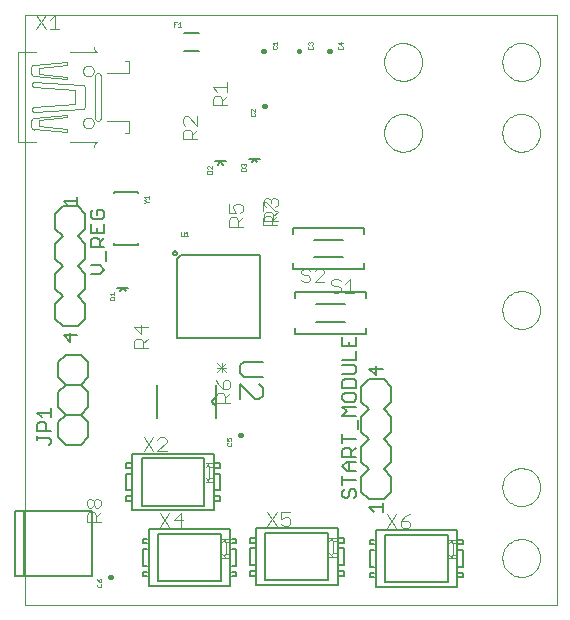
<source format=gto>
G75*
%MOIN*%
%OFA0B0*%
%FSLAX24Y24*%
%IPPOS*%
%LPD*%
%AMOC8*
5,1,8,0,0,1.08239X$1,22.5*
%
%ADD10C,0.0000*%
%ADD11C,0.0080*%
%ADD12C,0.0010*%
%ADD13C,0.0040*%
%ADD14C,0.0150*%
%ADD15C,0.0060*%
%ADD16C,0.0050*%
%ADD17C,0.0030*%
D10*
X000486Y000241D02*
X000486Y019926D01*
X018203Y019926D01*
X018203Y000241D01*
X000486Y000241D01*
X012455Y015989D02*
X012457Y016039D01*
X012463Y016089D01*
X012473Y016138D01*
X012487Y016186D01*
X012504Y016233D01*
X012525Y016278D01*
X012550Y016322D01*
X012578Y016363D01*
X012610Y016402D01*
X012644Y016439D01*
X012681Y016473D01*
X012721Y016503D01*
X012763Y016530D01*
X012807Y016554D01*
X012853Y016575D01*
X012900Y016591D01*
X012948Y016604D01*
X012998Y016613D01*
X013047Y016618D01*
X013098Y016619D01*
X013148Y016616D01*
X013197Y016609D01*
X013246Y016598D01*
X013294Y016583D01*
X013340Y016565D01*
X013385Y016543D01*
X013428Y016517D01*
X013469Y016488D01*
X013508Y016456D01*
X013544Y016421D01*
X013576Y016383D01*
X013606Y016343D01*
X013633Y016300D01*
X013656Y016256D01*
X013675Y016210D01*
X013691Y016162D01*
X013703Y016113D01*
X013711Y016064D01*
X013715Y016014D01*
X013715Y015964D01*
X013711Y015914D01*
X013703Y015865D01*
X013691Y015816D01*
X013675Y015768D01*
X013656Y015722D01*
X013633Y015678D01*
X013606Y015635D01*
X013576Y015595D01*
X013544Y015557D01*
X013508Y015522D01*
X013469Y015490D01*
X013428Y015461D01*
X013385Y015435D01*
X013340Y015413D01*
X013294Y015395D01*
X013246Y015380D01*
X013197Y015369D01*
X013148Y015362D01*
X013098Y015359D01*
X013047Y015360D01*
X012998Y015365D01*
X012948Y015374D01*
X012900Y015387D01*
X012853Y015403D01*
X012807Y015424D01*
X012763Y015448D01*
X012721Y015475D01*
X012681Y015505D01*
X012644Y015539D01*
X012610Y015576D01*
X012578Y015615D01*
X012550Y015656D01*
X012525Y015700D01*
X012504Y015745D01*
X012487Y015792D01*
X012473Y015840D01*
X012463Y015889D01*
X012457Y015939D01*
X012455Y015989D01*
X012455Y018351D02*
X012457Y018401D01*
X012463Y018451D01*
X012473Y018500D01*
X012487Y018548D01*
X012504Y018595D01*
X012525Y018640D01*
X012550Y018684D01*
X012578Y018725D01*
X012610Y018764D01*
X012644Y018801D01*
X012681Y018835D01*
X012721Y018865D01*
X012763Y018892D01*
X012807Y018916D01*
X012853Y018937D01*
X012900Y018953D01*
X012948Y018966D01*
X012998Y018975D01*
X013047Y018980D01*
X013098Y018981D01*
X013148Y018978D01*
X013197Y018971D01*
X013246Y018960D01*
X013294Y018945D01*
X013340Y018927D01*
X013385Y018905D01*
X013428Y018879D01*
X013469Y018850D01*
X013508Y018818D01*
X013544Y018783D01*
X013576Y018745D01*
X013606Y018705D01*
X013633Y018662D01*
X013656Y018618D01*
X013675Y018572D01*
X013691Y018524D01*
X013703Y018475D01*
X013711Y018426D01*
X013715Y018376D01*
X013715Y018326D01*
X013711Y018276D01*
X013703Y018227D01*
X013691Y018178D01*
X013675Y018130D01*
X013656Y018084D01*
X013633Y018040D01*
X013606Y017997D01*
X013576Y017957D01*
X013544Y017919D01*
X013508Y017884D01*
X013469Y017852D01*
X013428Y017823D01*
X013385Y017797D01*
X013340Y017775D01*
X013294Y017757D01*
X013246Y017742D01*
X013197Y017731D01*
X013148Y017724D01*
X013098Y017721D01*
X013047Y017722D01*
X012998Y017727D01*
X012948Y017736D01*
X012900Y017749D01*
X012853Y017765D01*
X012807Y017786D01*
X012763Y017810D01*
X012721Y017837D01*
X012681Y017867D01*
X012644Y017901D01*
X012610Y017938D01*
X012578Y017977D01*
X012550Y018018D01*
X012525Y018062D01*
X012504Y018107D01*
X012487Y018154D01*
X012473Y018202D01*
X012463Y018251D01*
X012457Y018301D01*
X012455Y018351D01*
X016392Y018351D02*
X016394Y018401D01*
X016400Y018451D01*
X016410Y018500D01*
X016424Y018548D01*
X016441Y018595D01*
X016462Y018640D01*
X016487Y018684D01*
X016515Y018725D01*
X016547Y018764D01*
X016581Y018801D01*
X016618Y018835D01*
X016658Y018865D01*
X016700Y018892D01*
X016744Y018916D01*
X016790Y018937D01*
X016837Y018953D01*
X016885Y018966D01*
X016935Y018975D01*
X016984Y018980D01*
X017035Y018981D01*
X017085Y018978D01*
X017134Y018971D01*
X017183Y018960D01*
X017231Y018945D01*
X017277Y018927D01*
X017322Y018905D01*
X017365Y018879D01*
X017406Y018850D01*
X017445Y018818D01*
X017481Y018783D01*
X017513Y018745D01*
X017543Y018705D01*
X017570Y018662D01*
X017593Y018618D01*
X017612Y018572D01*
X017628Y018524D01*
X017640Y018475D01*
X017648Y018426D01*
X017652Y018376D01*
X017652Y018326D01*
X017648Y018276D01*
X017640Y018227D01*
X017628Y018178D01*
X017612Y018130D01*
X017593Y018084D01*
X017570Y018040D01*
X017543Y017997D01*
X017513Y017957D01*
X017481Y017919D01*
X017445Y017884D01*
X017406Y017852D01*
X017365Y017823D01*
X017322Y017797D01*
X017277Y017775D01*
X017231Y017757D01*
X017183Y017742D01*
X017134Y017731D01*
X017085Y017724D01*
X017035Y017721D01*
X016984Y017722D01*
X016935Y017727D01*
X016885Y017736D01*
X016837Y017749D01*
X016790Y017765D01*
X016744Y017786D01*
X016700Y017810D01*
X016658Y017837D01*
X016618Y017867D01*
X016581Y017901D01*
X016547Y017938D01*
X016515Y017977D01*
X016487Y018018D01*
X016462Y018062D01*
X016441Y018107D01*
X016424Y018154D01*
X016410Y018202D01*
X016400Y018251D01*
X016394Y018301D01*
X016392Y018351D01*
X016392Y015989D02*
X016394Y016039D01*
X016400Y016089D01*
X016410Y016138D01*
X016424Y016186D01*
X016441Y016233D01*
X016462Y016278D01*
X016487Y016322D01*
X016515Y016363D01*
X016547Y016402D01*
X016581Y016439D01*
X016618Y016473D01*
X016658Y016503D01*
X016700Y016530D01*
X016744Y016554D01*
X016790Y016575D01*
X016837Y016591D01*
X016885Y016604D01*
X016935Y016613D01*
X016984Y016618D01*
X017035Y016619D01*
X017085Y016616D01*
X017134Y016609D01*
X017183Y016598D01*
X017231Y016583D01*
X017277Y016565D01*
X017322Y016543D01*
X017365Y016517D01*
X017406Y016488D01*
X017445Y016456D01*
X017481Y016421D01*
X017513Y016383D01*
X017543Y016343D01*
X017570Y016300D01*
X017593Y016256D01*
X017612Y016210D01*
X017628Y016162D01*
X017640Y016113D01*
X017648Y016064D01*
X017652Y016014D01*
X017652Y015964D01*
X017648Y015914D01*
X017640Y015865D01*
X017628Y015816D01*
X017612Y015768D01*
X017593Y015722D01*
X017570Y015678D01*
X017543Y015635D01*
X017513Y015595D01*
X017481Y015557D01*
X017445Y015522D01*
X017406Y015490D01*
X017365Y015461D01*
X017322Y015435D01*
X017277Y015413D01*
X017231Y015395D01*
X017183Y015380D01*
X017134Y015369D01*
X017085Y015362D01*
X017035Y015359D01*
X016984Y015360D01*
X016935Y015365D01*
X016885Y015374D01*
X016837Y015387D01*
X016790Y015403D01*
X016744Y015424D01*
X016700Y015448D01*
X016658Y015475D01*
X016618Y015505D01*
X016581Y015539D01*
X016547Y015576D01*
X016515Y015615D01*
X016487Y015656D01*
X016462Y015700D01*
X016441Y015745D01*
X016424Y015792D01*
X016410Y015840D01*
X016400Y015889D01*
X016394Y015939D01*
X016392Y015989D01*
X016392Y010083D02*
X016394Y010133D01*
X016400Y010183D01*
X016410Y010232D01*
X016424Y010280D01*
X016441Y010327D01*
X016462Y010372D01*
X016487Y010416D01*
X016515Y010457D01*
X016547Y010496D01*
X016581Y010533D01*
X016618Y010567D01*
X016658Y010597D01*
X016700Y010624D01*
X016744Y010648D01*
X016790Y010669D01*
X016837Y010685D01*
X016885Y010698D01*
X016935Y010707D01*
X016984Y010712D01*
X017035Y010713D01*
X017085Y010710D01*
X017134Y010703D01*
X017183Y010692D01*
X017231Y010677D01*
X017277Y010659D01*
X017322Y010637D01*
X017365Y010611D01*
X017406Y010582D01*
X017445Y010550D01*
X017481Y010515D01*
X017513Y010477D01*
X017543Y010437D01*
X017570Y010394D01*
X017593Y010350D01*
X017612Y010304D01*
X017628Y010256D01*
X017640Y010207D01*
X017648Y010158D01*
X017652Y010108D01*
X017652Y010058D01*
X017648Y010008D01*
X017640Y009959D01*
X017628Y009910D01*
X017612Y009862D01*
X017593Y009816D01*
X017570Y009772D01*
X017543Y009729D01*
X017513Y009689D01*
X017481Y009651D01*
X017445Y009616D01*
X017406Y009584D01*
X017365Y009555D01*
X017322Y009529D01*
X017277Y009507D01*
X017231Y009489D01*
X017183Y009474D01*
X017134Y009463D01*
X017085Y009456D01*
X017035Y009453D01*
X016984Y009454D01*
X016935Y009459D01*
X016885Y009468D01*
X016837Y009481D01*
X016790Y009497D01*
X016744Y009518D01*
X016700Y009542D01*
X016658Y009569D01*
X016618Y009599D01*
X016581Y009633D01*
X016547Y009670D01*
X016515Y009709D01*
X016487Y009750D01*
X016462Y009794D01*
X016441Y009839D01*
X016424Y009886D01*
X016410Y009934D01*
X016400Y009983D01*
X016394Y010033D01*
X016392Y010083D01*
X016392Y004178D02*
X016394Y004228D01*
X016400Y004278D01*
X016410Y004327D01*
X016424Y004375D01*
X016441Y004422D01*
X016462Y004467D01*
X016487Y004511D01*
X016515Y004552D01*
X016547Y004591D01*
X016581Y004628D01*
X016618Y004662D01*
X016658Y004692D01*
X016700Y004719D01*
X016744Y004743D01*
X016790Y004764D01*
X016837Y004780D01*
X016885Y004793D01*
X016935Y004802D01*
X016984Y004807D01*
X017035Y004808D01*
X017085Y004805D01*
X017134Y004798D01*
X017183Y004787D01*
X017231Y004772D01*
X017277Y004754D01*
X017322Y004732D01*
X017365Y004706D01*
X017406Y004677D01*
X017445Y004645D01*
X017481Y004610D01*
X017513Y004572D01*
X017543Y004532D01*
X017570Y004489D01*
X017593Y004445D01*
X017612Y004399D01*
X017628Y004351D01*
X017640Y004302D01*
X017648Y004253D01*
X017652Y004203D01*
X017652Y004153D01*
X017648Y004103D01*
X017640Y004054D01*
X017628Y004005D01*
X017612Y003957D01*
X017593Y003911D01*
X017570Y003867D01*
X017543Y003824D01*
X017513Y003784D01*
X017481Y003746D01*
X017445Y003711D01*
X017406Y003679D01*
X017365Y003650D01*
X017322Y003624D01*
X017277Y003602D01*
X017231Y003584D01*
X017183Y003569D01*
X017134Y003558D01*
X017085Y003551D01*
X017035Y003548D01*
X016984Y003549D01*
X016935Y003554D01*
X016885Y003563D01*
X016837Y003576D01*
X016790Y003592D01*
X016744Y003613D01*
X016700Y003637D01*
X016658Y003664D01*
X016618Y003694D01*
X016581Y003728D01*
X016547Y003765D01*
X016515Y003804D01*
X016487Y003845D01*
X016462Y003889D01*
X016441Y003934D01*
X016424Y003981D01*
X016410Y004029D01*
X016400Y004078D01*
X016394Y004128D01*
X016392Y004178D01*
X016392Y001816D02*
X016394Y001866D01*
X016400Y001916D01*
X016410Y001965D01*
X016424Y002013D01*
X016441Y002060D01*
X016462Y002105D01*
X016487Y002149D01*
X016515Y002190D01*
X016547Y002229D01*
X016581Y002266D01*
X016618Y002300D01*
X016658Y002330D01*
X016700Y002357D01*
X016744Y002381D01*
X016790Y002402D01*
X016837Y002418D01*
X016885Y002431D01*
X016935Y002440D01*
X016984Y002445D01*
X017035Y002446D01*
X017085Y002443D01*
X017134Y002436D01*
X017183Y002425D01*
X017231Y002410D01*
X017277Y002392D01*
X017322Y002370D01*
X017365Y002344D01*
X017406Y002315D01*
X017445Y002283D01*
X017481Y002248D01*
X017513Y002210D01*
X017543Y002170D01*
X017570Y002127D01*
X017593Y002083D01*
X017612Y002037D01*
X017628Y001989D01*
X017640Y001940D01*
X017648Y001891D01*
X017652Y001841D01*
X017652Y001791D01*
X017648Y001741D01*
X017640Y001692D01*
X017628Y001643D01*
X017612Y001595D01*
X017593Y001549D01*
X017570Y001505D01*
X017543Y001462D01*
X017513Y001422D01*
X017481Y001384D01*
X017445Y001349D01*
X017406Y001317D01*
X017365Y001288D01*
X017322Y001262D01*
X017277Y001240D01*
X017231Y001222D01*
X017183Y001207D01*
X017134Y001196D01*
X017085Y001189D01*
X017035Y001186D01*
X016984Y001187D01*
X016935Y001192D01*
X016885Y001201D01*
X016837Y001214D01*
X016790Y001230D01*
X016744Y001251D01*
X016700Y001275D01*
X016658Y001302D01*
X016618Y001332D01*
X016581Y001366D01*
X016547Y001403D01*
X016515Y001442D01*
X016487Y001483D01*
X016462Y001527D01*
X016441Y001572D01*
X016424Y001619D01*
X016410Y001667D01*
X016400Y001716D01*
X016394Y001766D01*
X016392Y001816D01*
X002416Y016316D02*
X002418Y016342D01*
X002424Y016368D01*
X002434Y016393D01*
X002447Y016416D01*
X002463Y016436D01*
X002483Y016454D01*
X002505Y016469D01*
X002528Y016481D01*
X002554Y016489D01*
X002580Y016493D01*
X002606Y016493D01*
X002632Y016489D01*
X002658Y016481D01*
X002682Y016469D01*
X002703Y016454D01*
X002723Y016436D01*
X002739Y016416D01*
X002752Y016393D01*
X002762Y016368D01*
X002768Y016342D01*
X002770Y016316D01*
X002768Y016290D01*
X002762Y016264D01*
X002752Y016239D01*
X002739Y016216D01*
X002723Y016196D01*
X002703Y016178D01*
X002681Y016163D01*
X002658Y016151D01*
X002632Y016143D01*
X002606Y016139D01*
X002580Y016139D01*
X002554Y016143D01*
X002528Y016151D01*
X002504Y016163D01*
X002483Y016178D01*
X002463Y016196D01*
X002447Y016216D01*
X002434Y016239D01*
X002424Y016264D01*
X002418Y016290D01*
X002416Y016316D01*
X002416Y018048D02*
X002418Y018074D01*
X002424Y018100D01*
X002434Y018125D01*
X002447Y018148D01*
X002463Y018168D01*
X002483Y018186D01*
X002505Y018201D01*
X002528Y018213D01*
X002554Y018221D01*
X002580Y018225D01*
X002606Y018225D01*
X002632Y018221D01*
X002658Y018213D01*
X002682Y018201D01*
X002703Y018186D01*
X002723Y018168D01*
X002739Y018148D01*
X002752Y018125D01*
X002762Y018100D01*
X002768Y018074D01*
X002770Y018048D01*
X002768Y018022D01*
X002762Y017996D01*
X002752Y017971D01*
X002739Y017948D01*
X002723Y017928D01*
X002703Y017910D01*
X002681Y017895D01*
X002658Y017883D01*
X002632Y017875D01*
X002606Y017871D01*
X002580Y017871D01*
X002554Y017875D01*
X002528Y017883D01*
X002504Y017895D01*
X002483Y017910D01*
X002463Y017928D01*
X002447Y017948D01*
X002434Y017971D01*
X002424Y017996D01*
X002418Y018022D01*
X002416Y018048D01*
D11*
X005780Y018720D02*
X006280Y018720D01*
X006280Y019320D02*
X005780Y019320D01*
X006809Y015040D02*
X006990Y015040D01*
X007082Y014918D01*
X007171Y015040D02*
X006990Y015040D01*
X006980Y015034D02*
X006904Y014918D01*
X007943Y015123D02*
X008124Y015123D01*
X008216Y015001D01*
X008305Y015123D02*
X008124Y015123D01*
X008114Y015117D02*
X008038Y015001D01*
X009416Y012820D02*
X011778Y012820D01*
X011778Y012623D01*
X011089Y012426D02*
X010124Y012426D01*
X010105Y011835D02*
X011089Y011835D01*
X011778Y011639D02*
X011778Y011442D01*
X009416Y011442D01*
X009416Y011639D01*
X009486Y010674D02*
X011849Y010674D01*
X011849Y010477D01*
X011160Y010280D02*
X010175Y010280D01*
X010175Y009690D02*
X011140Y009690D01*
X011849Y009493D02*
X011849Y009296D01*
X009486Y009296D01*
X009486Y009493D01*
X009486Y010477D02*
X009486Y010674D01*
X008299Y011908D02*
X005679Y011908D01*
X005540Y011769D01*
X005540Y009148D01*
X008299Y009148D01*
X008299Y011908D01*
X009416Y012623D02*
X009416Y012820D01*
X005420Y011978D02*
X005422Y011993D01*
X005427Y012007D01*
X005436Y012019D01*
X005448Y012029D01*
X005461Y012035D01*
X005476Y012038D01*
X005491Y012037D01*
X005506Y012032D01*
X005518Y012024D01*
X005529Y012013D01*
X005536Y012000D01*
X005540Y011986D01*
X005540Y011970D01*
X005536Y011956D01*
X005529Y011943D01*
X005518Y011932D01*
X005506Y011924D01*
X005491Y011919D01*
X005476Y011918D01*
X005461Y011921D01*
X005448Y011927D01*
X005436Y011937D01*
X005427Y011949D01*
X005422Y011963D01*
X005420Y011978D01*
X004250Y012257D02*
X004250Y012316D01*
X004250Y012257D02*
X003463Y012257D01*
X003463Y012316D01*
X003561Y010831D02*
X003742Y010831D01*
X003834Y010709D01*
X003923Y010831D02*
X003742Y010831D01*
X003732Y010825D02*
X003656Y010709D01*
X003463Y013969D02*
X003463Y014028D01*
X004250Y014028D01*
X004250Y013969D01*
X007782Y008356D02*
X007658Y008233D01*
X007658Y007986D01*
X007782Y007862D01*
X008399Y007862D01*
X008276Y007601D02*
X008399Y007478D01*
X008399Y007231D01*
X008276Y007107D01*
X008152Y007107D01*
X007658Y007601D01*
X007658Y007107D01*
X007782Y008356D02*
X008399Y008356D01*
X006778Y005296D02*
X004053Y005296D01*
X004053Y003406D01*
X006778Y003406D01*
X006778Y005296D01*
X006463Y005139D02*
X006463Y003564D01*
X004368Y003564D01*
X004368Y005139D01*
X006463Y005139D01*
X006817Y004981D02*
X006975Y004981D01*
X006975Y004824D01*
X006817Y004824D01*
X006817Y004627D02*
X006975Y004627D01*
X006975Y004076D01*
X006817Y004076D01*
X006817Y003879D02*
X006975Y003879D01*
X006975Y003721D01*
X006817Y003721D01*
X007325Y002776D02*
X004601Y002776D01*
X004601Y000887D01*
X007325Y000887D01*
X007325Y002776D01*
X007364Y002461D02*
X007522Y002461D01*
X007522Y002304D01*
X007364Y002304D01*
X007364Y002107D02*
X007522Y002107D01*
X007522Y001556D01*
X007364Y001556D01*
X007364Y001359D02*
X007522Y001359D01*
X007522Y001202D01*
X007364Y001202D01*
X007010Y001044D02*
X004916Y001044D01*
X004916Y002619D01*
X007010Y002619D01*
X007010Y001044D01*
X007983Y001229D02*
X008140Y001229D01*
X007983Y001229D02*
X007983Y001387D01*
X008140Y001387D01*
X008140Y001583D02*
X007983Y001583D01*
X007983Y002135D01*
X008140Y002135D01*
X008140Y002331D02*
X007983Y002331D01*
X007983Y002489D01*
X008140Y002489D01*
X008179Y002804D02*
X010904Y002804D01*
X010904Y000914D01*
X008179Y000914D01*
X008179Y002804D01*
X008494Y002646D02*
X010589Y002646D01*
X010589Y001072D01*
X008494Y001072D01*
X008494Y002646D01*
X010943Y002489D02*
X011101Y002489D01*
X011101Y002331D01*
X010943Y002331D01*
X010943Y002135D02*
X011101Y002135D01*
X011101Y001583D01*
X010943Y001583D01*
X010943Y001387D02*
X011101Y001387D01*
X011101Y001229D01*
X010943Y001229D01*
X011967Y001170D02*
X012124Y001170D01*
X011967Y001170D02*
X011967Y001328D01*
X012124Y001328D01*
X012124Y001524D02*
X011967Y001524D01*
X011967Y002076D01*
X012124Y002076D01*
X012124Y002272D02*
X011967Y002272D01*
X011967Y002430D01*
X012124Y002430D01*
X012164Y002745D02*
X014888Y002745D01*
X014888Y000855D01*
X012164Y000855D01*
X012164Y002745D01*
X012479Y002587D02*
X014573Y002587D01*
X014573Y001013D01*
X012479Y001013D01*
X012479Y002587D01*
X014927Y002430D02*
X015085Y002430D01*
X015085Y002272D01*
X014927Y002272D01*
X014927Y002076D02*
X015085Y002076D01*
X015085Y001524D01*
X014927Y001524D01*
X014927Y001328D02*
X015085Y001328D01*
X015085Y001170D01*
X014927Y001170D01*
X004561Y001202D02*
X004404Y001202D01*
X004404Y001359D01*
X004561Y001359D01*
X004561Y001556D02*
X004404Y001556D01*
X004404Y002107D01*
X004561Y002107D01*
X004561Y002304D02*
X004404Y002304D01*
X004404Y002461D01*
X004561Y002461D01*
X004014Y003721D02*
X003857Y003721D01*
X003857Y003879D01*
X004014Y003879D01*
X004014Y004076D02*
X003857Y004076D01*
X003857Y004627D01*
X004014Y004627D01*
X004014Y004824D02*
X003857Y004824D01*
X003857Y004981D01*
X004014Y004981D01*
X002699Y003371D02*
X002699Y001206D01*
X000435Y001206D01*
X000435Y003371D01*
X002699Y003371D01*
X000435Y003371D02*
X000140Y003371D01*
X000140Y001206D01*
X000435Y001206D01*
D12*
X002878Y001100D02*
X002903Y001050D01*
X002953Y001000D01*
X002953Y001075D01*
X002978Y001100D01*
X003003Y001100D01*
X003028Y001075D01*
X003028Y001025D01*
X003003Y001000D01*
X002953Y001000D01*
X003003Y000953D02*
X003028Y000928D01*
X003028Y000878D01*
X003003Y000853D01*
X002903Y000853D01*
X002878Y000878D01*
X002878Y000928D01*
X002903Y000953D01*
X007237Y005557D02*
X007338Y005557D01*
X007363Y005582D01*
X007363Y005632D01*
X007338Y005657D01*
X007338Y005705D02*
X007363Y005730D01*
X007363Y005780D01*
X007338Y005805D01*
X007287Y005805D01*
X007262Y005780D01*
X007262Y005755D01*
X007287Y005705D01*
X007212Y005705D01*
X007212Y005805D01*
X007237Y005657D02*
X007212Y005632D01*
X007212Y005582D01*
X007237Y005557D01*
X003462Y010420D02*
X003462Y010495D01*
X003437Y010520D01*
X003337Y010520D01*
X003312Y010495D01*
X003312Y010420D01*
X003462Y010420D01*
X003462Y010567D02*
X003462Y010667D01*
X003462Y010617D02*
X003312Y010617D01*
X003362Y010567D01*
X005675Y012558D02*
X005700Y012533D01*
X005750Y012533D01*
X005775Y012558D01*
X005775Y012683D01*
X005822Y012633D02*
X005872Y012683D01*
X005872Y012533D01*
X005822Y012533D02*
X005922Y012533D01*
X005675Y012558D02*
X005675Y012683D01*
X004602Y013690D02*
X004527Y013690D01*
X004477Y013740D01*
X004452Y013740D01*
X004502Y013788D02*
X004452Y013838D01*
X004602Y013838D01*
X004602Y013788D02*
X004602Y013888D01*
X004527Y013690D02*
X004477Y013640D01*
X004452Y013640D01*
X006560Y014628D02*
X006560Y014703D01*
X006585Y014728D01*
X006685Y014728D01*
X006710Y014703D01*
X006710Y014628D01*
X006560Y014628D01*
X006585Y014776D02*
X006560Y014801D01*
X006560Y014851D01*
X006585Y014876D01*
X006610Y014876D01*
X006710Y014776D01*
X006710Y014876D01*
X007694Y014883D02*
X007694Y014933D01*
X007719Y014958D01*
X007744Y014958D01*
X007769Y014933D01*
X007794Y014958D01*
X007819Y014958D01*
X007844Y014933D01*
X007844Y014883D01*
X007819Y014858D01*
X007819Y014811D02*
X007719Y014811D01*
X007694Y014786D01*
X007694Y014711D01*
X007844Y014711D01*
X007844Y014786D01*
X007819Y014811D01*
X007769Y014908D02*
X007769Y014933D01*
X007719Y014858D02*
X007694Y014883D01*
X008025Y016538D02*
X008125Y016538D01*
X008150Y016563D01*
X008150Y016613D01*
X008125Y016638D01*
X008150Y016685D02*
X008050Y016785D01*
X008025Y016785D01*
X008000Y016760D01*
X008000Y016710D01*
X008025Y016685D01*
X008025Y016638D02*
X008000Y016613D01*
X008000Y016563D01*
X008025Y016538D01*
X008150Y016685D02*
X008150Y016785D01*
X008761Y018778D02*
X008861Y018778D01*
X008886Y018803D01*
X008886Y018853D01*
X008861Y018878D01*
X008886Y018925D02*
X008886Y019025D01*
X008886Y018975D02*
X008736Y018975D01*
X008786Y018925D01*
X008761Y018878D02*
X008736Y018853D01*
X008736Y018803D01*
X008761Y018778D01*
X009913Y018795D02*
X009938Y018770D01*
X010038Y018770D01*
X010064Y018795D01*
X010064Y018845D01*
X010038Y018870D01*
X010038Y018917D02*
X010064Y018942D01*
X010064Y018992D01*
X010038Y019017D01*
X010013Y019017D01*
X009988Y018992D01*
X009988Y018967D01*
X009988Y018992D02*
X009963Y019017D01*
X009938Y019017D01*
X009913Y018992D01*
X009913Y018942D01*
X009938Y018917D01*
X009938Y018870D02*
X009913Y018845D01*
X009913Y018795D01*
X010925Y018795D02*
X010950Y018770D01*
X011050Y018770D01*
X011075Y018795D01*
X011075Y018845D01*
X011050Y018870D01*
X011000Y018917D02*
X011000Y019017D01*
X010925Y018992D02*
X011000Y018917D01*
X010950Y018870D02*
X010925Y018845D01*
X010925Y018795D01*
X010925Y018992D02*
X011075Y018992D01*
X005682Y019525D02*
X005582Y019525D01*
X005632Y019525D02*
X005632Y019676D01*
X005582Y019626D01*
X005535Y019676D02*
X005435Y019676D01*
X005435Y019525D01*
X005435Y019601D02*
X005485Y019601D01*
D13*
X003962Y018367D02*
X003962Y017979D01*
X003942Y017979D02*
X003206Y017979D01*
X003001Y017897D02*
X003001Y016467D01*
X003002Y016467D02*
X003000Y016451D01*
X002996Y016436D01*
X002988Y016421D01*
X002978Y016409D01*
X002966Y016399D01*
X002951Y016391D01*
X002936Y016387D01*
X002920Y016385D01*
X002900Y016387D01*
X002881Y016393D01*
X002863Y016402D01*
X002848Y016415D01*
X002835Y016430D01*
X002826Y016448D01*
X002820Y016467D01*
X002818Y016487D01*
X002818Y017877D01*
X002820Y017897D01*
X002826Y017916D01*
X002835Y017934D01*
X002848Y017949D01*
X002863Y017962D01*
X002881Y017971D01*
X002900Y017977D01*
X002920Y017979D01*
X002920Y017979D01*
X002936Y017977D01*
X002951Y017973D01*
X002966Y017965D01*
X002978Y017955D01*
X002988Y017943D01*
X002996Y017928D01*
X003000Y017913D01*
X003002Y017897D01*
X002470Y017509D02*
X002470Y016855D01*
X002471Y016855D02*
X002468Y016837D01*
X002461Y016820D01*
X002452Y016805D01*
X002439Y016792D01*
X002424Y016783D01*
X002407Y016776D01*
X002389Y016773D01*
X002388Y016773D02*
X000794Y016691D01*
X000778Y016693D01*
X000763Y016697D01*
X000748Y016705D01*
X000736Y016715D01*
X000726Y016727D01*
X000718Y016742D01*
X000714Y016757D01*
X000712Y016773D01*
X000714Y016789D01*
X000718Y016804D01*
X000726Y016819D01*
X000736Y016831D01*
X000748Y016841D01*
X000763Y016849D01*
X000778Y016853D01*
X000794Y016855D01*
X002143Y016937D01*
X002143Y017427D01*
X000794Y017509D01*
X000778Y017511D01*
X000763Y017515D01*
X000748Y017523D01*
X000736Y017533D01*
X000726Y017545D01*
X000718Y017560D01*
X000714Y017575D01*
X000712Y017591D01*
X000712Y017591D01*
X000714Y017607D01*
X000718Y017622D01*
X000726Y017637D01*
X000736Y017649D01*
X000748Y017659D01*
X000763Y017667D01*
X000778Y017671D01*
X000794Y017673D01*
X000794Y017672D02*
X002388Y017591D01*
X002389Y017591D02*
X002407Y017588D01*
X002424Y017581D01*
X002439Y017572D01*
X002452Y017559D01*
X002461Y017544D01*
X002468Y017527D01*
X002471Y017509D01*
X001877Y017775D02*
X001877Y017856D01*
X000937Y017959D01*
X000937Y018163D01*
X001877Y018265D01*
X001877Y018347D01*
X000794Y018265D01*
X000775Y018261D01*
X000756Y018255D01*
X000739Y018245D01*
X000723Y018233D01*
X000710Y018218D01*
X000699Y018201D01*
X000692Y018183D01*
X000692Y017959D02*
X000699Y017941D01*
X000710Y017924D01*
X000723Y017909D01*
X000739Y017897D01*
X000756Y017887D01*
X000775Y017881D01*
X000794Y017877D01*
X001877Y017775D01*
X001970Y018694D02*
X002879Y018694D01*
X002863Y018696D01*
X002848Y018700D01*
X002833Y018708D01*
X002821Y018718D01*
X002811Y018730D01*
X002803Y018745D01*
X002799Y018760D01*
X002797Y018776D01*
X002797Y018837D01*
X003799Y018367D02*
X003942Y018367D01*
X003942Y016385D02*
X003206Y016385D01*
X003799Y015997D02*
X003942Y015997D01*
X003962Y015996D02*
X003962Y016385D01*
X002879Y015669D02*
X001970Y015670D01*
X001877Y016017D02*
X001877Y016099D01*
X000937Y016201D01*
X000937Y016405D01*
X001877Y016507D01*
X001877Y016589D01*
X000794Y016487D01*
X000775Y016483D01*
X000756Y016477D01*
X000739Y016467D01*
X000723Y016455D01*
X000710Y016440D01*
X000699Y016423D01*
X000692Y016405D01*
X000692Y016180D02*
X000699Y016162D01*
X000710Y016145D01*
X000723Y016130D01*
X000739Y016118D01*
X000756Y016108D01*
X000775Y016102D01*
X000794Y016098D01*
X000794Y016099D02*
X001877Y016017D01*
X000693Y016181D02*
X000684Y016218D01*
X000678Y016255D01*
X000676Y016293D01*
X000678Y016331D01*
X000684Y016368D01*
X000693Y016405D01*
X000855Y015670D02*
X000263Y015670D01*
X000263Y018694D01*
X000855Y018694D01*
X000693Y018183D02*
X000684Y018146D01*
X000678Y018109D01*
X000676Y018071D01*
X000678Y018033D01*
X000684Y017996D01*
X000693Y017959D01*
X000863Y019452D02*
X001170Y019912D01*
X001323Y019759D02*
X001477Y019912D01*
X001477Y019452D01*
X001630Y019452D02*
X001323Y019452D01*
X001170Y019452D02*
X000863Y019912D01*
X000263Y015670D02*
X000263Y015669D01*
X002797Y015588D02*
X002797Y015526D01*
X002797Y015588D02*
X002799Y015604D01*
X002803Y015619D01*
X002811Y015634D01*
X002821Y015646D01*
X002833Y015656D01*
X002848Y015664D01*
X002863Y015668D01*
X002879Y015670D01*
X005746Y015769D02*
X005746Y015999D01*
X005823Y016076D01*
X005976Y016076D01*
X006053Y015999D01*
X006053Y015769D01*
X006206Y015769D02*
X005746Y015769D01*
X006053Y015922D02*
X006206Y016076D01*
X006206Y016229D02*
X005899Y016536D01*
X005823Y016536D01*
X005746Y016459D01*
X005746Y016306D01*
X005823Y016229D01*
X006206Y016229D02*
X006206Y016536D01*
X006742Y016899D02*
X006742Y017129D01*
X006819Y017206D01*
X006972Y017206D01*
X007049Y017129D01*
X007049Y016899D01*
X007049Y017052D02*
X007202Y017206D01*
X007202Y017359D02*
X007202Y017666D01*
X007202Y017513D02*
X006742Y017513D01*
X006895Y017359D01*
X006742Y016899D02*
X007202Y016899D01*
X008516Y013816D02*
X008440Y013739D01*
X008440Y013586D01*
X008516Y013509D01*
X008516Y013356D02*
X008670Y013356D01*
X008746Y013279D01*
X008746Y013049D01*
X008730Y013064D02*
X008883Y013218D01*
X008746Y013202D02*
X008900Y013356D01*
X008883Y013371D02*
X008807Y013371D01*
X008500Y013678D01*
X008423Y013678D01*
X008423Y013371D01*
X008440Y013279D02*
X008516Y013356D01*
X008440Y013279D02*
X008440Y013049D01*
X008900Y013049D01*
X008883Y012911D02*
X008423Y012911D01*
X008423Y013141D01*
X008500Y013218D01*
X008653Y013218D01*
X008730Y013141D01*
X008730Y012911D01*
X008823Y013509D02*
X008900Y013586D01*
X008900Y013739D01*
X008823Y013816D01*
X008746Y013816D01*
X008670Y013739D01*
X008670Y013663D01*
X008670Y013739D02*
X008593Y013816D01*
X008516Y013816D01*
X007734Y013550D02*
X007734Y013397D01*
X007657Y013320D01*
X007504Y013320D02*
X007427Y013473D01*
X007427Y013550D01*
X007504Y013627D01*
X007657Y013627D01*
X007734Y013550D01*
X007504Y013320D02*
X007273Y013320D01*
X007273Y013627D01*
X007350Y013166D02*
X007504Y013166D01*
X007580Y013090D01*
X007580Y012859D01*
X007734Y012859D02*
X007273Y012859D01*
X007273Y013090D01*
X007350Y013166D01*
X007580Y013013D02*
X007734Y013166D01*
X009688Y011389D02*
X009688Y011312D01*
X009764Y011235D01*
X009918Y011235D01*
X009994Y011159D01*
X009994Y011082D01*
X009918Y011005D01*
X009764Y011005D01*
X009688Y011082D01*
X009688Y011389D02*
X009764Y011465D01*
X009918Y011465D01*
X009994Y011389D01*
X010148Y011389D02*
X010225Y011465D01*
X010378Y011465D01*
X010455Y011389D01*
X010455Y011312D01*
X010148Y011005D01*
X010455Y011005D01*
X010696Y011034D02*
X010696Y010958D01*
X010773Y010881D01*
X010926Y010881D01*
X011003Y010804D01*
X011003Y010727D01*
X010926Y010651D01*
X010773Y010651D01*
X010696Y010727D01*
X010696Y011034D02*
X010773Y011111D01*
X010926Y011111D01*
X011003Y011034D01*
X011156Y010958D02*
X011310Y011111D01*
X011310Y010651D01*
X011463Y010651D02*
X011156Y010651D01*
X007313Y007684D02*
X007313Y007531D01*
X007237Y007454D01*
X007083Y007454D01*
X007083Y007684D01*
X007160Y007761D01*
X007237Y007761D01*
X007313Y007684D01*
X007083Y007454D02*
X006930Y007607D01*
X006853Y007761D01*
X006930Y007301D02*
X007083Y007301D01*
X007160Y007224D01*
X007160Y006994D01*
X007160Y007147D02*
X007313Y007301D01*
X007313Y006994D02*
X006853Y006994D01*
X006853Y007224D01*
X006930Y007301D01*
X005203Y005755D02*
X005126Y005832D01*
X004973Y005832D01*
X004896Y005755D01*
X004743Y005832D02*
X004436Y005371D01*
X004743Y005371D02*
X004436Y005832D01*
X004896Y005371D02*
X005203Y005678D01*
X005203Y005755D01*
X005203Y005371D02*
X004896Y005371D01*
X006502Y004981D02*
X006620Y004981D01*
X006502Y004863D01*
X006581Y004902D02*
X006620Y004863D01*
X006620Y004469D01*
X006581Y004430D01*
X006620Y004469D02*
X006738Y004469D01*
X006738Y004351D02*
X006620Y004351D01*
X006502Y004469D01*
X006502Y004351D02*
X006620Y004351D01*
X006620Y004863D02*
X006738Y004863D01*
X006738Y004981D02*
X006620Y004981D01*
X005673Y003312D02*
X005443Y003082D01*
X005750Y003082D01*
X005673Y003312D02*
X005673Y002851D01*
X005290Y002851D02*
X004983Y003312D01*
X005290Y003312D02*
X004983Y002851D01*
X003002Y003029D02*
X002542Y003029D01*
X002542Y003259D01*
X002619Y003336D01*
X002772Y003336D01*
X002849Y003259D01*
X002849Y003029D01*
X002849Y003183D02*
X003002Y003336D01*
X002926Y003489D02*
X002849Y003489D01*
X002772Y003566D01*
X002772Y003720D01*
X002849Y003796D01*
X002926Y003796D01*
X003002Y003720D01*
X003002Y003566D01*
X002926Y003489D01*
X002772Y003566D02*
X002695Y003489D01*
X002619Y003489D01*
X002542Y003566D01*
X002542Y003720D01*
X002619Y003796D01*
X002695Y003796D01*
X002772Y003720D01*
X007049Y002461D02*
X007168Y002461D01*
X007049Y002343D01*
X007128Y002383D02*
X007168Y002343D01*
X007168Y001950D01*
X007128Y001910D01*
X007168Y001950D02*
X007286Y001950D01*
X007286Y001831D02*
X007168Y001831D01*
X007049Y001950D01*
X007049Y001831D02*
X007168Y001831D01*
X007168Y002343D02*
X007286Y002343D01*
X007286Y002461D02*
X007168Y002461D01*
X008562Y002879D02*
X008869Y003339D01*
X009022Y003339D02*
X009022Y003109D01*
X009175Y003186D01*
X009252Y003186D01*
X009329Y003109D01*
X009329Y002956D01*
X009252Y002879D01*
X009099Y002879D01*
X009022Y002956D01*
X008869Y002879D02*
X008562Y003339D01*
X009022Y003339D02*
X009329Y003339D01*
X010628Y002489D02*
X010746Y002489D01*
X010628Y002371D01*
X010707Y002410D02*
X010746Y002371D01*
X010746Y001977D01*
X010707Y001938D01*
X010746Y001977D02*
X010864Y001977D01*
X010864Y001859D02*
X010746Y001859D01*
X010628Y001977D01*
X010628Y001859D02*
X010746Y001859D01*
X010746Y002371D02*
X010864Y002371D01*
X010864Y002489D02*
X010746Y002489D01*
X012546Y002820D02*
X012853Y003280D01*
X013006Y003050D02*
X013236Y003050D01*
X013313Y002973D01*
X013313Y002897D01*
X013236Y002820D01*
X013083Y002820D01*
X013006Y002897D01*
X013006Y003050D01*
X013160Y003204D01*
X013313Y003280D01*
X012853Y002820D02*
X012546Y003280D01*
X014612Y002430D02*
X014731Y002430D01*
X014612Y002312D01*
X014691Y002351D02*
X014731Y002312D01*
X014731Y001918D01*
X014691Y001879D01*
X014731Y001918D02*
X014849Y001918D01*
X014849Y001800D02*
X014731Y001800D01*
X014612Y001918D01*
X014612Y001800D02*
X014731Y001800D01*
X014731Y002312D02*
X014849Y002312D01*
X014849Y002430D02*
X014731Y002430D01*
X004576Y008816D02*
X004116Y008816D01*
X004116Y009046D01*
X004193Y009123D01*
X004346Y009123D01*
X004423Y009046D01*
X004423Y008816D01*
X004423Y008970D02*
X004576Y009123D01*
X004346Y009277D02*
X004346Y009583D01*
X004116Y009507D02*
X004346Y009277D01*
X004576Y009507D02*
X004116Y009507D01*
D14*
X007657Y005902D02*
X007679Y005902D01*
X003344Y001198D02*
X003322Y001198D01*
X008444Y016883D02*
X008466Y016883D01*
X008442Y018717D02*
X008420Y018717D01*
X009598Y018709D02*
X009620Y018709D01*
X010609Y018709D02*
X010631Y018709D01*
D15*
X002494Y013298D02*
X002494Y012798D01*
X002244Y012548D01*
X002494Y012298D01*
X002494Y011798D01*
X002244Y011548D01*
X002494Y011298D01*
X002494Y010798D01*
X002244Y010548D01*
X002494Y010298D01*
X002494Y009798D01*
X002244Y009548D01*
X001744Y009548D01*
X001494Y009798D01*
X001494Y010298D01*
X001744Y010548D01*
X001494Y010798D01*
X001494Y011298D01*
X001744Y011548D01*
X001494Y011798D01*
X001494Y012298D01*
X001744Y012548D01*
X001494Y012798D01*
X001494Y013298D01*
X001744Y013548D01*
X002244Y013548D01*
X002494Y013298D01*
X002335Y008591D02*
X001835Y008591D01*
X001585Y008341D01*
X001585Y007841D01*
X001835Y007591D01*
X002335Y007591D01*
X002585Y007841D01*
X002585Y008341D01*
X002335Y008591D01*
X002335Y007591D02*
X002585Y007341D01*
X002585Y006841D01*
X002335Y006591D01*
X002585Y006341D01*
X002585Y005841D01*
X002335Y005591D01*
X001835Y005591D01*
X001585Y005841D01*
X001585Y006341D01*
X001835Y006591D01*
X001585Y006841D01*
X001585Y007341D01*
X001835Y007591D01*
X001835Y006591D02*
X002335Y006591D01*
X004888Y006496D02*
X004888Y007576D01*
X006848Y007576D02*
X006848Y007156D01*
X006848Y006916D01*
X006848Y006496D01*
X006848Y006916D02*
X006827Y006918D01*
X006807Y006923D01*
X006788Y006932D01*
X006771Y006944D01*
X006756Y006959D01*
X006744Y006976D01*
X006735Y006995D01*
X006730Y007015D01*
X006728Y007036D01*
X006730Y007057D01*
X006735Y007077D01*
X006744Y007096D01*
X006756Y007113D01*
X006771Y007128D01*
X006788Y007140D01*
X006807Y007149D01*
X006827Y007154D01*
X006848Y007156D01*
X011687Y007026D02*
X011937Y006776D01*
X011687Y006526D01*
X011687Y006026D01*
X011937Y005776D01*
X011687Y005526D01*
X011687Y005026D01*
X011937Y004776D01*
X011687Y004526D01*
X011687Y004026D01*
X011937Y003776D01*
X012437Y003776D01*
X012687Y004026D01*
X012687Y004526D01*
X012437Y004776D01*
X012687Y005026D01*
X012687Y005526D01*
X012437Y005776D01*
X012687Y006026D01*
X012687Y006526D01*
X012437Y006776D01*
X012687Y007026D01*
X012687Y007526D01*
X012437Y007776D01*
X011937Y007776D01*
X011687Y007526D01*
X011687Y007026D01*
D16*
X011512Y007099D02*
X011512Y007249D01*
X011437Y007324D01*
X011137Y007324D01*
X011062Y007249D01*
X011062Y007099D01*
X011137Y007024D01*
X011437Y007024D01*
X011512Y007099D01*
X011512Y006864D02*
X011062Y006864D01*
X011212Y006714D01*
X011062Y006564D01*
X011512Y006564D01*
X011587Y006404D02*
X011587Y006103D01*
X011512Y005793D02*
X011062Y005793D01*
X011062Y005643D02*
X011062Y005943D01*
X011137Y005483D02*
X011287Y005483D01*
X011362Y005408D01*
X011362Y005183D01*
X011362Y005333D02*
X011512Y005483D01*
X011512Y005183D02*
X011062Y005183D01*
X011062Y005408D01*
X011137Y005483D01*
X011212Y005022D02*
X011062Y004872D01*
X011212Y004722D01*
X011512Y004722D01*
X011287Y004722D02*
X011287Y005022D01*
X011212Y005022D02*
X011512Y005022D01*
X011062Y004562D02*
X011062Y004262D01*
X011062Y004412D02*
X011512Y004412D01*
X011437Y004102D02*
X011362Y004102D01*
X011287Y004027D01*
X011287Y003876D01*
X011212Y003801D01*
X011137Y003801D01*
X011062Y003876D01*
X011062Y004027D01*
X011137Y004102D01*
X011437Y004102D02*
X011512Y004027D01*
X011512Y003876D01*
X011437Y003801D01*
X011962Y003502D02*
X012112Y003351D01*
X011962Y003502D02*
X012412Y003502D01*
X012412Y003652D02*
X012412Y003351D01*
X011512Y007485D02*
X011062Y007485D01*
X011062Y007710D01*
X011137Y007785D01*
X011437Y007785D01*
X011512Y007710D01*
X011512Y007485D01*
X011437Y007945D02*
X011062Y007945D01*
X011062Y008245D02*
X011437Y008245D01*
X011512Y008170D01*
X011512Y008020D01*
X011437Y007945D01*
X011512Y008405D02*
X011062Y008405D01*
X011512Y008405D02*
X011512Y008706D01*
X011512Y008866D02*
X011512Y009166D01*
X011287Y009016D02*
X011287Y008866D01*
X011062Y008866D02*
X011512Y008866D01*
X011062Y008866D02*
X011062Y009166D01*
X011962Y008127D02*
X012187Y007901D01*
X012187Y008202D01*
X012412Y008127D02*
X011962Y008127D01*
X003194Y011731D02*
X003194Y012032D01*
X003119Y012192D02*
X002669Y012192D01*
X002669Y012417D01*
X002744Y012492D01*
X002894Y012492D01*
X002969Y012417D01*
X002969Y012192D01*
X002969Y012342D02*
X003119Y012492D01*
X003119Y012652D02*
X003119Y012952D01*
X003044Y013113D02*
X003119Y013188D01*
X003119Y013338D01*
X003044Y013413D01*
X002894Y013413D01*
X002894Y013263D01*
X002744Y013413D02*
X002669Y013338D01*
X002669Y013188D01*
X002744Y013113D01*
X003044Y013113D01*
X002894Y012802D02*
X002894Y012652D01*
X002669Y012652D02*
X003119Y012652D01*
X002669Y012652D02*
X002669Y012952D01*
X002219Y013563D02*
X002219Y013863D01*
X002219Y013713D02*
X001769Y013713D01*
X001919Y013563D01*
X002669Y011571D02*
X002969Y011571D01*
X003119Y011421D01*
X002969Y011271D01*
X002669Y011271D01*
X001994Y009313D02*
X001994Y009013D01*
X001769Y009238D01*
X002219Y009238D01*
X001340Y006807D02*
X001340Y006507D01*
X001340Y006657D02*
X000889Y006657D01*
X001040Y006507D01*
X000965Y006347D02*
X001115Y006347D01*
X001190Y006272D01*
X001190Y006047D01*
X001340Y006047D02*
X000889Y006047D01*
X000889Y006272D01*
X000965Y006347D01*
X000889Y005887D02*
X000889Y005736D01*
X000889Y005812D02*
X001265Y005812D01*
X001340Y005736D01*
X001340Y005661D01*
X001265Y005586D01*
D17*
X006882Y008008D02*
X007195Y008321D01*
X007039Y008321D02*
X007039Y008008D01*
X007195Y008008D02*
X006882Y008321D01*
X006882Y008164D02*
X007195Y008164D01*
M02*

</source>
